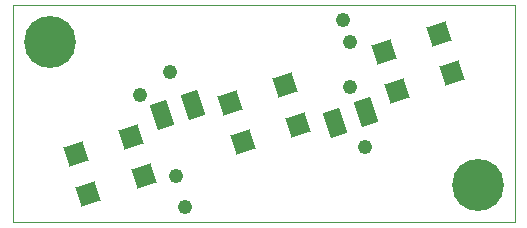
<source format=gts>
%FSLAX25Y25*%
%MOIN*%
G70*
G01*
G75*
G04 Layer_Color=128*
%ADD10P,0.08352X4X243.0*%
G04:AMPARAMS|DCode=11|XSize=80mil|YSize=50mil|CornerRadius=0mil|HoleSize=0mil|Usage=FLASHONLY|Rotation=288.000|XOffset=0mil|YOffset=0mil|HoleType=Round|Shape=Rectangle|*
%AMROTATEDRECTD11*
4,1,4,-0.03614,0.03032,0.01142,0.04577,0.03614,-0.03032,-0.01142,-0.04577,-0.03614,0.03032,0.0*
%
%ADD11ROTATEDRECTD11*%

%ADD12C,0.02500*%
%ADD13C,0.05000*%
%ADD14C,0.00100*%
%ADD15C,0.16500*%
%ADD16C,0.04000*%
%ADD17R,0.17716X0.12205*%
%ADD18C,0.01000*%
%ADD19P,0.06937X4X243.0*%
G04:AMPARAMS|DCode=20|XSize=70mil|YSize=40mil|CornerRadius=0mil|HoleSize=0mil|Usage=FLASHONLY|Rotation=288.000|XOffset=0mil|YOffset=0mil|HoleType=Round|Shape=Rectangle|*
%AMROTATEDRECTD20*
4,1,4,-0.02984,0.02711,0.00821,0.03947,0.02984,-0.02711,-0.00821,-0.03947,-0.02984,0.02711,0.0*
%
%ADD20ROTATEDRECTD20*%

%ADD21R,0.16716X0.11205*%
%ADD22P,0.09483X4X243.0*%
G04:AMPARAMS|DCode=23|XSize=88mil|YSize=58mil|CornerRadius=0mil|HoleSize=0mil|Usage=FLASHONLY|Rotation=288.000|XOffset=0mil|YOffset=0mil|HoleType=Round|Shape=Rectangle|*
%AMROTATEDRECTD23*
4,1,4,-0.04118,0.03289,0.01398,0.05081,0.04118,-0.03289,-0.01398,-0.05081,-0.04118,0.03289,0.0*
%
%ADD23ROTATEDRECTD23*%

%ADD24C,0.17300*%
%ADD25C,0.04800*%
D14*
X300000Y400000D02*
Y472400D01*
X467300D01*
Y400000D02*
Y472400D01*
X300000Y400000D02*
X467300D01*
D22*
X442044Y462833D02*
D03*
X446303Y449728D02*
D03*
X423697Y456872D02*
D03*
X427955Y443767D02*
D03*
X390744Y445733D02*
D03*
X395003Y432628D02*
D03*
X372397Y439772D02*
D03*
X376656Y426667D02*
D03*
X339345Y428633D02*
D03*
X343603Y415528D02*
D03*
X320997Y422672D02*
D03*
X325255Y409567D02*
D03*
D23*
X407269Y433300D02*
D03*
X417731Y436700D02*
D03*
X349769Y435800D02*
D03*
X360231Y439200D02*
D03*
D24*
X455000Y412500D02*
D03*
X312500Y460000D02*
D03*
D25*
X352500Y450000D02*
D03*
X354472Y415528D02*
D03*
X357500Y405000D02*
D03*
X410000Y467500D02*
D03*
X412500Y445000D02*
D03*
Y460000D02*
D03*
X342500Y442500D02*
D03*
X417500Y425000D02*
D03*
M02*

</source>
